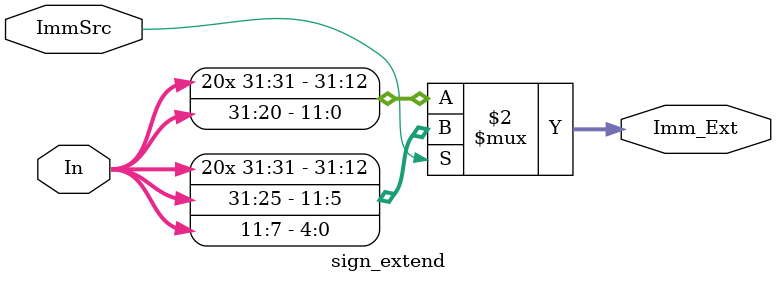
<source format=v>
`timescale 1ns / 1ps


module sign_extend #(parameter N=32)(
    input [N-1:0] In,
    input ImmSrc,
    output [N-1:0]Imm_Ext
    );
    
    //assign Imm_Ext = {{20{In[31]}}, In[31:20]}; //Immediate 12-bits to 32-bits for I-type instruction
    
    //ImmSrc=0 --> I-type
    //ImmSrc=1 --> S-type
    assign Imm_Ext = (ImmSrc == 1'b1) ? ({{20{In[31]}},In[31:25],In[11:7]}) : {{20{In[31]}},In[31:20]};
    
                           
endmodule
</source>
